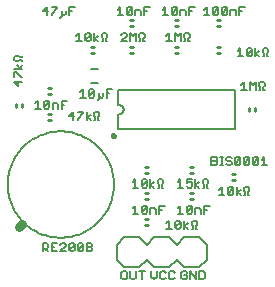
<source format=gto>
G75*
G70*
%OFA0B0*%
%FSLAX24Y24*%
%IPPOS*%
%LPD*%
%AMOC8*
5,1,8,0,0,1.08239X$1,22.5*
%
%ADD10C,0.0050*%
%ADD11C,0.0110*%
%ADD12C,0.0100*%
%ADD13C,0.0060*%
%ADD14C,0.0070*%
%ADD15C,0.0300*%
%ADD16C,0.0080*%
D10*
X002675Y001675D02*
X002675Y001945D01*
X002810Y001945D01*
X002855Y001900D01*
X002855Y001810D01*
X002810Y001765D01*
X002675Y001765D01*
X002765Y001765D02*
X002855Y001675D01*
X002970Y001675D02*
X003150Y001675D01*
X003264Y001675D02*
X003444Y001855D01*
X003444Y001900D01*
X003399Y001945D01*
X003309Y001945D01*
X003264Y001900D01*
X003150Y001945D02*
X002970Y001945D01*
X002970Y001675D01*
X002970Y001810D02*
X003060Y001810D01*
X003264Y001675D02*
X003444Y001675D01*
X003559Y001720D02*
X003739Y001900D01*
X003739Y001720D01*
X003694Y001675D01*
X003604Y001675D01*
X003559Y001720D01*
X003559Y001900D01*
X003604Y001945D01*
X003694Y001945D01*
X003739Y001900D01*
X003854Y001900D02*
X003899Y001945D01*
X003989Y001945D01*
X004034Y001900D01*
X003854Y001720D01*
X003899Y001675D01*
X003989Y001675D01*
X004034Y001720D01*
X004034Y001900D01*
X004148Y001945D02*
X004283Y001945D01*
X004328Y001900D01*
X004328Y001855D01*
X004283Y001810D01*
X004148Y001810D01*
X004148Y001675D02*
X004283Y001675D01*
X004328Y001720D01*
X004328Y001765D01*
X004283Y001810D01*
X004148Y001675D02*
X004148Y001945D01*
X003854Y001900D02*
X003854Y001720D01*
X005300Y000963D02*
X005300Y000783D01*
X005345Y000738D01*
X005435Y000738D01*
X005480Y000783D01*
X005480Y000963D01*
X005435Y001008D01*
X005345Y001008D01*
X005300Y000963D01*
X005595Y001008D02*
X005595Y000783D01*
X005640Y000738D01*
X005730Y000738D01*
X005775Y000783D01*
X005775Y001008D01*
X005889Y001008D02*
X006069Y001008D01*
X005979Y001008D02*
X005979Y000738D01*
X006300Y000828D02*
X006300Y001008D01*
X006480Y001008D02*
X006480Y000828D01*
X006390Y000738D01*
X006300Y000828D01*
X006595Y000783D02*
X006640Y000738D01*
X006730Y000738D01*
X006775Y000783D01*
X006889Y000783D02*
X006934Y000738D01*
X007024Y000738D01*
X007069Y000783D01*
X007069Y000963D02*
X007024Y001008D01*
X006934Y001008D01*
X006889Y000963D01*
X006889Y000783D01*
X006775Y000963D02*
X006730Y001008D01*
X006640Y001008D01*
X006595Y000963D01*
X006595Y000783D01*
X007300Y000783D02*
X007345Y000738D01*
X007435Y000738D01*
X007480Y000783D01*
X007480Y000873D01*
X007390Y000873D01*
X007300Y000963D02*
X007300Y000783D01*
X007300Y000963D02*
X007345Y001008D01*
X007435Y001008D01*
X007480Y000963D01*
X007595Y001008D02*
X007775Y000738D01*
X007775Y001008D01*
X007889Y001008D02*
X008024Y001008D01*
X008069Y000963D01*
X008069Y000783D01*
X008024Y000738D01*
X007889Y000738D01*
X007889Y001008D01*
X007595Y001008D02*
X007595Y000738D01*
X007635Y002425D02*
X007680Y002425D01*
X007680Y002515D01*
X007635Y002560D01*
X007635Y002650D01*
X007680Y002695D01*
X007770Y002695D01*
X007815Y002650D01*
X007815Y002560D01*
X007770Y002515D01*
X007770Y002425D01*
X007815Y002425D01*
X007524Y002425D02*
X007389Y002515D01*
X007524Y002605D01*
X007389Y002695D02*
X007389Y002425D01*
X007275Y002470D02*
X007230Y002425D01*
X007140Y002425D01*
X007095Y002470D01*
X007275Y002650D01*
X007275Y002470D01*
X007095Y002470D02*
X007095Y002650D01*
X007140Y002695D01*
X007230Y002695D01*
X007275Y002650D01*
X006980Y002425D02*
X006800Y002425D01*
X006890Y002425D02*
X006890Y002695D01*
X006800Y002605D01*
X006559Y002925D02*
X006559Y003195D01*
X006739Y003195D01*
X006649Y003060D02*
X006559Y003060D01*
X006444Y003060D02*
X006444Y002925D01*
X006444Y003060D02*
X006399Y003105D01*
X006264Y003105D01*
X006264Y002925D01*
X006150Y002970D02*
X006105Y002925D01*
X006015Y002925D01*
X005970Y002970D01*
X006150Y003150D01*
X006150Y002970D01*
X006150Y003150D02*
X006105Y003195D01*
X006015Y003195D01*
X005970Y003150D01*
X005970Y002970D01*
X005855Y002925D02*
X005675Y002925D01*
X005765Y002925D02*
X005765Y003195D01*
X005675Y003105D01*
X005675Y003800D02*
X005855Y003800D01*
X005765Y003800D02*
X005765Y004070D01*
X005675Y003980D01*
X005970Y004025D02*
X005970Y003845D01*
X006150Y004025D01*
X006150Y003845D01*
X006105Y003800D01*
X006015Y003800D01*
X005970Y003845D01*
X005970Y004025D02*
X006015Y004070D01*
X006105Y004070D01*
X006150Y004025D01*
X006264Y004070D02*
X006264Y003800D01*
X006264Y003890D02*
X006399Y003980D01*
X006510Y003935D02*
X006510Y004025D01*
X006555Y004070D01*
X006645Y004070D01*
X006690Y004025D01*
X006690Y003935D01*
X006645Y003890D01*
X006645Y003800D01*
X006690Y003800D01*
X006555Y003800D02*
X006555Y003890D01*
X006510Y003935D01*
X006510Y003800D02*
X006555Y003800D01*
X006399Y003800D02*
X006264Y003890D01*
X007175Y003800D02*
X007355Y003800D01*
X007265Y003800D02*
X007265Y004070D01*
X007175Y003980D01*
X007470Y003935D02*
X007560Y003980D01*
X007605Y003980D01*
X007650Y003935D01*
X007650Y003845D01*
X007605Y003800D01*
X007515Y003800D01*
X007470Y003845D01*
X007470Y003935D02*
X007470Y004070D01*
X007650Y004070D01*
X007764Y004070D02*
X007764Y003800D01*
X007764Y003890D02*
X007899Y003980D01*
X008010Y003935D02*
X008010Y004025D01*
X008055Y004070D01*
X008145Y004070D01*
X008190Y004025D01*
X008190Y003935D01*
X008145Y003890D01*
X008145Y003800D01*
X008190Y003800D01*
X008055Y003800D02*
X008055Y003890D01*
X008010Y003935D01*
X008010Y003800D02*
X008055Y003800D01*
X007899Y003800D02*
X007764Y003890D01*
X008300Y004550D02*
X008435Y004550D01*
X008480Y004595D01*
X008480Y004640D01*
X008435Y004685D01*
X008300Y004685D01*
X008300Y004550D02*
X008300Y004820D01*
X008435Y004820D01*
X008480Y004775D01*
X008480Y004730D01*
X008435Y004685D01*
X008595Y004550D02*
X008685Y004550D01*
X008640Y004550D02*
X008640Y004820D01*
X008595Y004820D02*
X008685Y004820D01*
X008791Y004775D02*
X008791Y004730D01*
X008836Y004685D01*
X008926Y004685D01*
X008971Y004640D01*
X008971Y004595D01*
X008926Y004550D01*
X008836Y004550D01*
X008791Y004595D01*
X008791Y004775D02*
X008836Y004820D01*
X008926Y004820D01*
X008971Y004775D01*
X009086Y004775D02*
X009131Y004820D01*
X009221Y004820D01*
X009266Y004775D01*
X009086Y004595D01*
X009131Y004550D01*
X009221Y004550D01*
X009266Y004595D01*
X009266Y004775D01*
X009380Y004775D02*
X009425Y004820D01*
X009516Y004820D01*
X009561Y004775D01*
X009380Y004595D01*
X009425Y004550D01*
X009516Y004550D01*
X009561Y004595D01*
X009561Y004775D01*
X009675Y004775D02*
X009720Y004820D01*
X009810Y004820D01*
X009855Y004775D01*
X009675Y004595D01*
X009720Y004550D01*
X009810Y004550D01*
X009855Y004595D01*
X009855Y004775D01*
X009970Y004730D02*
X010060Y004820D01*
X010060Y004550D01*
X009970Y004550D02*
X010150Y004550D01*
X009675Y004595D02*
X009675Y004775D01*
X009380Y004775D02*
X009380Y004595D01*
X009086Y004595D02*
X009086Y004775D01*
X009139Y003820D02*
X009139Y003550D01*
X009139Y003640D02*
X009274Y003730D01*
X009385Y003685D02*
X009430Y003640D01*
X009430Y003550D01*
X009385Y003550D01*
X009274Y003550D02*
X009139Y003640D01*
X009025Y003595D02*
X008980Y003550D01*
X008890Y003550D01*
X008845Y003595D01*
X009025Y003775D01*
X009025Y003595D01*
X009025Y003775D02*
X008980Y003820D01*
X008890Y003820D01*
X008845Y003775D01*
X008845Y003595D01*
X008730Y003550D02*
X008550Y003550D01*
X008640Y003550D02*
X008640Y003820D01*
X008550Y003730D01*
X008239Y003195D02*
X008059Y003195D01*
X008059Y002925D01*
X007944Y002925D02*
X007944Y003060D01*
X007899Y003105D01*
X007764Y003105D01*
X007764Y002925D01*
X007650Y002970D02*
X007605Y002925D01*
X007515Y002925D01*
X007470Y002970D01*
X007650Y003150D01*
X007650Y002970D01*
X007470Y002970D02*
X007470Y003150D01*
X007515Y003195D01*
X007605Y003195D01*
X007650Y003150D01*
X007355Y002925D02*
X007175Y002925D01*
X007265Y002925D02*
X007265Y003195D01*
X007175Y003105D01*
X008059Y003060D02*
X008149Y003060D01*
X009385Y003685D02*
X009385Y003775D01*
X009430Y003820D01*
X009520Y003820D01*
X009565Y003775D01*
X009565Y003685D01*
X009520Y003640D01*
X009520Y003550D01*
X009565Y003550D01*
X009099Y005744D02*
X005201Y005744D01*
X005201Y006244D01*
X005213Y006244D02*
X005236Y006246D01*
X005259Y006251D01*
X005281Y006259D01*
X005301Y006271D01*
X005319Y006286D01*
X005335Y006303D01*
X005348Y006322D01*
X005358Y006343D01*
X005365Y006365D01*
X005369Y006388D01*
X005369Y006412D01*
X005365Y006435D01*
X005358Y006457D01*
X005348Y006478D01*
X005335Y006497D01*
X005319Y006514D01*
X005301Y006529D01*
X005281Y006541D01*
X005259Y006549D01*
X005236Y006554D01*
X005213Y006556D01*
X005201Y006556D02*
X005201Y007056D01*
X009099Y007056D01*
X009099Y005744D01*
X009300Y007050D02*
X009480Y007050D01*
X009390Y007050D02*
X009390Y007320D01*
X009300Y007230D01*
X009595Y007320D02*
X009595Y007050D01*
X009775Y007050D02*
X009775Y007320D01*
X009685Y007230D01*
X009595Y007320D01*
X009889Y007275D02*
X009889Y007185D01*
X009934Y007140D01*
X009934Y007050D01*
X009889Y007050D01*
X010024Y007050D02*
X010024Y007140D01*
X010069Y007185D01*
X010069Y007275D01*
X010024Y007320D01*
X009934Y007320D01*
X009889Y007275D01*
X010024Y007050D02*
X010069Y007050D01*
X010055Y008175D02*
X010010Y008175D01*
X010055Y008175D02*
X010055Y008265D01*
X010010Y008310D01*
X010010Y008400D01*
X010055Y008445D01*
X010145Y008445D01*
X010190Y008400D01*
X010190Y008310D01*
X010145Y008265D01*
X010145Y008175D01*
X010190Y008175D01*
X009899Y008175D02*
X009764Y008265D01*
X009899Y008355D01*
X009764Y008445D02*
X009764Y008175D01*
X009650Y008220D02*
X009605Y008175D01*
X009515Y008175D01*
X009470Y008220D01*
X009650Y008400D01*
X009650Y008220D01*
X009650Y008400D02*
X009605Y008445D01*
X009515Y008445D01*
X009470Y008400D01*
X009470Y008220D01*
X009355Y008175D02*
X009175Y008175D01*
X009265Y008175D02*
X009265Y008445D01*
X009175Y008355D01*
X009229Y009550D02*
X009229Y009820D01*
X009409Y009820D01*
X009319Y009685D02*
X009229Y009685D01*
X009114Y009685D02*
X009114Y009550D01*
X009114Y009685D02*
X009069Y009730D01*
X008934Y009730D01*
X008934Y009550D01*
X008819Y009595D02*
X008774Y009550D01*
X008684Y009550D01*
X008639Y009595D01*
X008819Y009775D01*
X008819Y009595D01*
X008639Y009595D02*
X008639Y009775D01*
X008684Y009820D01*
X008774Y009820D01*
X008819Y009775D01*
X008525Y009775D02*
X008525Y009595D01*
X008480Y009550D01*
X008390Y009550D01*
X008345Y009595D01*
X008525Y009775D01*
X008480Y009820D01*
X008390Y009820D01*
X008345Y009775D01*
X008345Y009595D01*
X008230Y009550D02*
X008050Y009550D01*
X008140Y009550D02*
X008140Y009820D01*
X008050Y009730D01*
X007739Y009820D02*
X007559Y009820D01*
X007559Y009550D01*
X007444Y009550D02*
X007444Y009685D01*
X007399Y009730D01*
X007264Y009730D01*
X007264Y009550D01*
X007150Y009595D02*
X007105Y009550D01*
X007015Y009550D01*
X006970Y009595D01*
X007150Y009775D01*
X007150Y009595D01*
X006970Y009595D02*
X006970Y009775D01*
X007015Y009820D01*
X007105Y009820D01*
X007150Y009775D01*
X006855Y009550D02*
X006675Y009550D01*
X006765Y009550D02*
X006765Y009820D01*
X006675Y009730D01*
X006239Y009820D02*
X006059Y009820D01*
X006059Y009550D01*
X005944Y009550D02*
X005944Y009685D01*
X005899Y009730D01*
X005764Y009730D01*
X005764Y009550D01*
X005650Y009595D02*
X005605Y009550D01*
X005515Y009550D01*
X005470Y009595D01*
X005650Y009775D01*
X005650Y009595D01*
X005470Y009595D02*
X005470Y009775D01*
X005515Y009820D01*
X005605Y009820D01*
X005650Y009775D01*
X005355Y009550D02*
X005175Y009550D01*
X005265Y009550D02*
X005265Y009820D01*
X005175Y009730D01*
X005345Y008945D02*
X005300Y008900D01*
X005345Y008945D02*
X005435Y008945D01*
X005480Y008900D01*
X005480Y008855D01*
X005300Y008675D01*
X005480Y008675D01*
X005595Y008675D02*
X005595Y008945D01*
X005685Y008855D01*
X005775Y008945D01*
X005775Y008675D01*
X005889Y008675D02*
X005934Y008675D01*
X005934Y008765D01*
X005889Y008810D01*
X005889Y008900D01*
X005934Y008945D01*
X006024Y008945D01*
X006069Y008900D01*
X006069Y008810D01*
X006024Y008765D01*
X006024Y008675D01*
X006069Y008675D01*
X006800Y008675D02*
X006980Y008675D01*
X006890Y008675D02*
X006890Y008945D01*
X006800Y008855D01*
X007095Y008945D02*
X007095Y008675D01*
X007275Y008675D02*
X007275Y008945D01*
X007185Y008855D01*
X007095Y008945D01*
X007389Y008900D02*
X007389Y008810D01*
X007434Y008765D01*
X007434Y008675D01*
X007389Y008675D01*
X007524Y008675D02*
X007524Y008765D01*
X007569Y008810D01*
X007569Y008900D01*
X007524Y008945D01*
X007434Y008945D01*
X007389Y008900D01*
X007524Y008675D02*
X007569Y008675D01*
X007559Y009685D02*
X007649Y009685D01*
X006149Y009685D02*
X006059Y009685D01*
X004815Y008900D02*
X004815Y008810D01*
X004770Y008765D01*
X004770Y008675D01*
X004815Y008675D01*
X004680Y008675D02*
X004680Y008765D01*
X004635Y008810D01*
X004635Y008900D01*
X004680Y008945D01*
X004770Y008945D01*
X004815Y008900D01*
X004680Y008675D02*
X004635Y008675D01*
X004524Y008675D02*
X004389Y008765D01*
X004524Y008855D01*
X004389Y008945D02*
X004389Y008675D01*
X004275Y008720D02*
X004230Y008675D01*
X004140Y008675D01*
X004095Y008720D01*
X004275Y008900D01*
X004275Y008720D01*
X004275Y008900D02*
X004230Y008945D01*
X004140Y008945D01*
X004095Y008900D01*
X004095Y008720D01*
X003980Y008675D02*
X003800Y008675D01*
X003890Y008675D02*
X003890Y008945D01*
X003800Y008855D01*
X003264Y009460D02*
X003309Y009505D01*
X003309Y009595D01*
X003354Y009550D01*
X003399Y009550D01*
X003444Y009595D01*
X003444Y009685D01*
X003559Y009685D02*
X003649Y009685D01*
X003559Y009550D02*
X003559Y009820D01*
X003739Y009820D01*
X003309Y009685D02*
X003309Y009595D01*
X003150Y009775D02*
X002970Y009595D01*
X002970Y009550D01*
X002855Y009685D02*
X002675Y009685D01*
X002810Y009820D01*
X002810Y009550D01*
X002970Y009820D02*
X003150Y009820D01*
X003150Y009775D01*
X002000Y008190D02*
X002000Y008145D01*
X001910Y008145D01*
X001865Y008190D01*
X001775Y008190D01*
X001730Y008145D01*
X001730Y008055D01*
X001775Y008010D01*
X001865Y008010D01*
X001910Y008055D01*
X002000Y008055D01*
X002000Y008010D01*
X002000Y007899D02*
X001910Y007764D01*
X001820Y007899D01*
X001730Y007764D02*
X002000Y007764D01*
X001775Y007650D02*
X001955Y007470D01*
X002000Y007470D01*
X001865Y007355D02*
X001865Y007175D01*
X001730Y007310D01*
X002000Y007310D01*
X001730Y007470D02*
X001730Y007650D01*
X001775Y007650D01*
X002515Y006695D02*
X002425Y006605D01*
X002515Y006695D02*
X002515Y006425D01*
X002425Y006425D02*
X002605Y006425D01*
X002720Y006470D02*
X002900Y006650D01*
X002900Y006470D01*
X002855Y006425D01*
X002765Y006425D01*
X002720Y006470D01*
X002720Y006650D01*
X002765Y006695D01*
X002855Y006695D01*
X002900Y006650D01*
X003014Y006605D02*
X003149Y006605D01*
X003194Y006560D01*
X003194Y006425D01*
X003309Y006425D02*
X003309Y006695D01*
X003489Y006695D01*
X003399Y006560D02*
X003309Y006560D01*
X003014Y006605D02*
X003014Y006425D01*
X003550Y006185D02*
X003730Y006185D01*
X003685Y006050D02*
X003685Y006320D01*
X003550Y006185D01*
X003845Y006095D02*
X003845Y006050D01*
X003845Y006095D02*
X004025Y006275D01*
X004025Y006320D01*
X003845Y006320D01*
X004139Y006320D02*
X004139Y006050D01*
X004139Y006140D02*
X004274Y006230D01*
X004385Y006185D02*
X004430Y006140D01*
X004430Y006050D01*
X004385Y006050D01*
X004274Y006050D02*
X004139Y006140D01*
X004385Y006185D02*
X004385Y006275D01*
X004430Y006320D01*
X004520Y006320D01*
X004565Y006275D01*
X004565Y006185D01*
X004520Y006140D01*
X004520Y006050D01*
X004565Y006050D01*
X004514Y006710D02*
X004559Y006755D01*
X004559Y006845D01*
X004604Y006800D01*
X004649Y006800D01*
X004694Y006845D01*
X004694Y006935D01*
X004809Y006935D02*
X004899Y006935D01*
X004809Y006800D02*
X004809Y007070D01*
X004989Y007070D01*
X004559Y006935D02*
X004559Y006845D01*
X004400Y006845D02*
X004355Y006800D01*
X004265Y006800D01*
X004220Y006845D01*
X004400Y007025D01*
X004400Y006845D01*
X004400Y007025D02*
X004355Y007070D01*
X004265Y007070D01*
X004220Y007025D01*
X004220Y006845D01*
X004105Y006800D02*
X003925Y006800D01*
X004015Y006800D02*
X004015Y007070D01*
X003925Y006980D01*
D11*
X004968Y005525D02*
X004970Y005540D01*
X004976Y005553D01*
X004985Y005565D01*
X004996Y005574D01*
X005010Y005580D01*
X005025Y005582D01*
X005040Y005580D01*
X005053Y005574D01*
X005065Y005565D01*
X005074Y005554D01*
X005080Y005540D01*
X005082Y005525D01*
X005080Y005510D01*
X005074Y005497D01*
X005065Y005485D01*
X005054Y005476D01*
X005040Y005470D01*
X005025Y005468D01*
X005010Y005470D01*
X004997Y005476D01*
X004985Y005485D01*
X004976Y005496D01*
X004970Y005510D01*
X004968Y005525D01*
D12*
X006100Y004500D02*
X006200Y004500D01*
X006200Y004300D02*
X006100Y004300D01*
X006100Y003625D02*
X006200Y003625D01*
X006200Y003425D02*
X006100Y003425D01*
X006100Y002750D02*
X006200Y002750D01*
X006200Y002550D02*
X006100Y002550D01*
X007600Y003425D02*
X007700Y003425D01*
X007700Y003625D02*
X007600Y003625D01*
X007600Y004300D02*
X007700Y004300D01*
X007700Y004500D02*
X007600Y004500D01*
X008975Y004250D02*
X009075Y004250D01*
X009075Y004050D02*
X008975Y004050D01*
X009550Y006350D02*
X009550Y006450D01*
X009750Y006450D02*
X009750Y006350D01*
X008575Y008300D02*
X008475Y008300D01*
X008475Y008500D02*
X008575Y008500D01*
X008575Y009175D02*
X008475Y009175D01*
X008475Y009375D02*
X008575Y009375D01*
X007200Y009375D02*
X007100Y009375D01*
X007100Y009175D02*
X007200Y009175D01*
X007200Y008500D02*
X007100Y008500D01*
X007100Y008300D02*
X007200Y008300D01*
X005700Y008300D02*
X005600Y008300D01*
X005600Y008500D02*
X005700Y008500D01*
X005700Y009175D02*
X005600Y009175D01*
X005600Y009375D02*
X005700Y009375D01*
X004400Y008500D02*
X004300Y008500D01*
X004300Y008300D02*
X004400Y008300D01*
X002950Y007125D02*
X002850Y007125D01*
X002850Y006925D02*
X002950Y006925D01*
X002950Y006250D02*
X002850Y006250D01*
X002850Y006050D02*
X002950Y006050D01*
X002000Y006475D02*
X002000Y006575D01*
X001800Y006575D02*
X001800Y006475D01*
D13*
X004282Y007289D02*
X004518Y007289D01*
X004518Y007761D02*
X004282Y007761D01*
D14*
X001505Y003900D02*
X001507Y003987D01*
X001514Y004073D01*
X001524Y004160D01*
X001539Y004245D01*
X001558Y004330D01*
X001581Y004414D01*
X001608Y004496D01*
X001640Y004577D01*
X001675Y004657D01*
X001714Y004734D01*
X001757Y004810D01*
X001803Y004883D01*
X001853Y004954D01*
X001907Y005023D01*
X001964Y005089D01*
X002023Y005152D01*
X002086Y005211D01*
X002152Y005268D01*
X002221Y005322D01*
X002292Y005372D01*
X002365Y005418D01*
X002441Y005461D01*
X002518Y005500D01*
X002598Y005535D01*
X002679Y005567D01*
X002761Y005594D01*
X002845Y005617D01*
X002930Y005636D01*
X003015Y005651D01*
X003102Y005661D01*
X003188Y005668D01*
X003275Y005670D01*
X003362Y005668D01*
X003448Y005661D01*
X003535Y005651D01*
X003620Y005636D01*
X003705Y005617D01*
X003789Y005594D01*
X003871Y005567D01*
X003952Y005535D01*
X004032Y005500D01*
X004109Y005461D01*
X004185Y005418D01*
X004258Y005372D01*
X004329Y005322D01*
X004398Y005268D01*
X004464Y005211D01*
X004527Y005152D01*
X004586Y005089D01*
X004643Y005023D01*
X004697Y004954D01*
X004747Y004883D01*
X004793Y004810D01*
X004836Y004734D01*
X004875Y004657D01*
X004910Y004577D01*
X004942Y004496D01*
X004969Y004414D01*
X004992Y004330D01*
X005011Y004245D01*
X005026Y004160D01*
X005036Y004073D01*
X005043Y003987D01*
X005045Y003900D01*
X005043Y003813D01*
X005036Y003727D01*
X005026Y003640D01*
X005011Y003555D01*
X004992Y003470D01*
X004969Y003386D01*
X004942Y003304D01*
X004910Y003223D01*
X004875Y003143D01*
X004836Y003066D01*
X004793Y002990D01*
X004747Y002917D01*
X004697Y002846D01*
X004643Y002777D01*
X004586Y002711D01*
X004527Y002648D01*
X004464Y002589D01*
X004398Y002532D01*
X004329Y002478D01*
X004258Y002428D01*
X004185Y002382D01*
X004109Y002339D01*
X004032Y002300D01*
X003952Y002265D01*
X003871Y002233D01*
X003789Y002206D01*
X003705Y002183D01*
X003620Y002164D01*
X003535Y002149D01*
X003448Y002139D01*
X003362Y002132D01*
X003275Y002130D01*
X003188Y002132D01*
X003102Y002139D01*
X003015Y002149D01*
X002930Y002164D01*
X002845Y002183D01*
X002761Y002206D01*
X002679Y002233D01*
X002598Y002265D01*
X002518Y002300D01*
X002441Y002339D01*
X002365Y002382D01*
X002292Y002428D01*
X002221Y002478D01*
X002152Y002532D01*
X002086Y002589D01*
X002023Y002648D01*
X001964Y002711D01*
X001907Y002777D01*
X001853Y002846D01*
X001803Y002917D01*
X001757Y002990D01*
X001714Y003066D01*
X001675Y003143D01*
X001640Y003223D01*
X001608Y003304D01*
X001581Y003386D01*
X001558Y003470D01*
X001539Y003555D01*
X001524Y003640D01*
X001514Y003727D01*
X001507Y003813D01*
X001505Y003900D01*
D15*
X001975Y002600D02*
X001875Y002500D01*
D16*
X005150Y001900D02*
X005150Y001400D01*
X005400Y001150D01*
X005900Y001150D01*
X006150Y001400D01*
X006400Y001150D01*
X006900Y001150D01*
X007150Y001400D01*
X007400Y001150D01*
X007900Y001150D01*
X008150Y001400D01*
X008150Y001900D01*
X007900Y002150D01*
X007400Y002150D01*
X007150Y001900D01*
X006900Y002150D01*
X006400Y002150D01*
X006150Y001900D01*
X005900Y002150D01*
X005400Y002150D01*
X005150Y001900D01*
M02*

</source>
